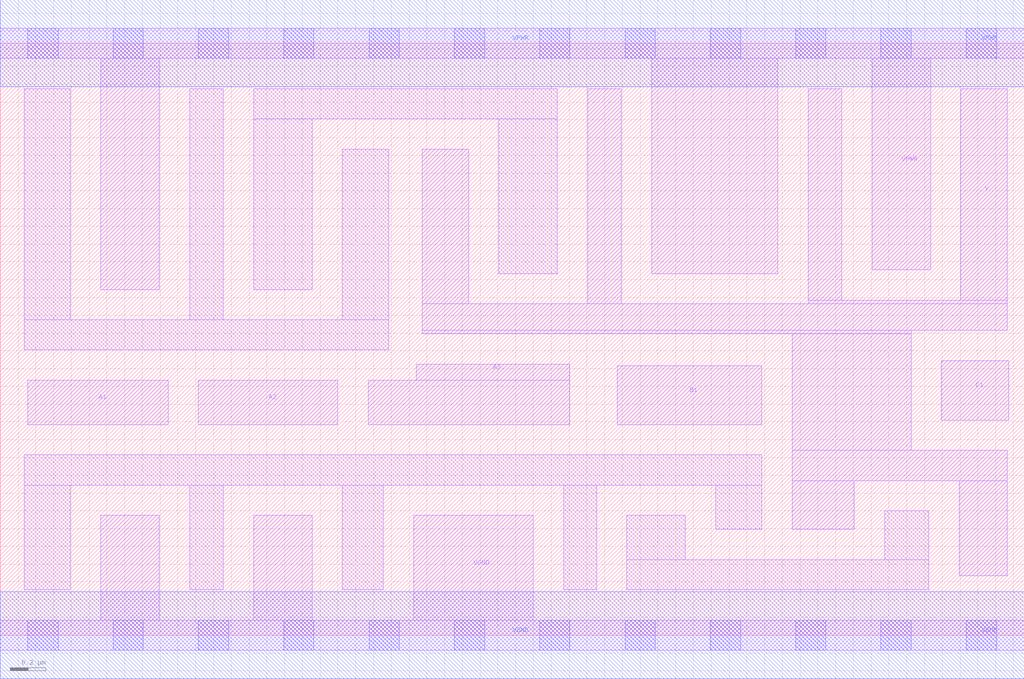
<source format=lef>
# Copyright 2020 The SkyWater PDK Authors
#
# Licensed under the Apache License, Version 2.0 (the "License");
# you may not use this file except in compliance with the License.
# You may obtain a copy of the License at
#
#     https://www.apache.org/licenses/LICENSE-2.0
#
# Unless required by applicable law or agreed to in writing, software
# distributed under the License is distributed on an "AS IS" BASIS,
# WITHOUT WARRANTIES OR CONDITIONS OF ANY KIND, either express or implied.
# See the License for the specific language governing permissions and
# limitations under the License.
#
# SPDX-License-Identifier: Apache-2.0

VERSION 5.7 ;
  NAMESCASESENSITIVE ON ;
  NOWIREEXTENSIONATPIN ON ;
  DIVIDERCHAR "/" ;
  BUSBITCHARS "[]" ;
UNITS
  DATABASE MICRONS 200 ;
END UNITS
MACRO sky130_fd_sc_lp__o311ai_2
  CLASS CORE ;
  SOURCE USER ;
  FOREIGN sky130_fd_sc_lp__o311ai_2 ;
  ORIGIN  0.000000  0.000000 ;
  SIZE  5.760000 BY  3.330000 ;
  SYMMETRY X Y R90 ;
  SITE unit ;
  PIN A1
    ANTENNAGATEAREA  0.630000 ;
    DIRECTION INPUT ;
    USE SIGNAL ;
    PORT
      LAYER li1 ;
        RECT 0.155000 1.185000 0.945000 1.435000 ;
    END
  END A1
  PIN A2
    ANTENNAGATEAREA  0.630000 ;
    DIRECTION INPUT ;
    USE SIGNAL ;
    PORT
      LAYER li1 ;
        RECT 1.115000 1.185000 1.900000 1.435000 ;
    END
  END A2
  PIN A3
    ANTENNAGATEAREA  0.630000 ;
    DIRECTION INPUT ;
    USE SIGNAL ;
    PORT
      LAYER li1 ;
        RECT 2.070000 1.185000 3.205000 1.435000 ;
        RECT 2.340000 1.435000 3.205000 1.525000 ;
    END
  END A3
  PIN B1
    ANTENNAGATEAREA  0.630000 ;
    DIRECTION INPUT ;
    USE SIGNAL ;
    PORT
      LAYER li1 ;
        RECT 3.470000 1.185000 4.285000 1.515000 ;
    END
  END B1
  PIN C1
    ANTENNAGATEAREA  0.630000 ;
    DIRECTION INPUT ;
    USE SIGNAL ;
    PORT
      LAYER li1 ;
        RECT 5.295000 1.210000 5.675000 1.545000 ;
    END
  END C1
  PIN Y
    ANTENNADIFFAREA  1.818600 ;
    DIRECTION OUTPUT ;
    USE SIGNAL ;
    PORT
      LAYER li1 ;
        RECT 2.375000 1.695000 5.125000 1.715000 ;
        RECT 2.375000 1.715000 5.665000 1.865000 ;
        RECT 2.375000 1.865000 2.635000 2.735000 ;
        RECT 3.305000 1.865000 3.495000 3.075000 ;
        RECT 4.455000 0.595000 4.805000 0.870000 ;
        RECT 4.455000 0.870000 5.665000 1.040000 ;
        RECT 4.455000 1.040000 5.125000 1.695000 ;
        RECT 4.545000 1.865000 5.665000 1.885000 ;
        RECT 4.545000 1.885000 4.735000 3.075000 ;
        RECT 5.395000 0.335000 5.665000 0.870000 ;
        RECT 5.405000 1.885000 5.665000 3.075000 ;
    END
  END Y
  PIN VGND
    DIRECTION INOUT ;
    USE GROUND ;
    PORT
      LAYER li1 ;
        RECT 0.000000 -0.085000 5.760000 0.085000 ;
        RECT 0.565000  0.085000 0.895000 0.675000 ;
        RECT 1.425000  0.085000 1.755000 0.675000 ;
        RECT 2.325000  0.085000 3.000000 0.675000 ;
      LAYER mcon ;
        RECT 0.155000 -0.085000 0.325000 0.085000 ;
        RECT 0.635000 -0.085000 0.805000 0.085000 ;
        RECT 1.115000 -0.085000 1.285000 0.085000 ;
        RECT 1.595000 -0.085000 1.765000 0.085000 ;
        RECT 2.075000 -0.085000 2.245000 0.085000 ;
        RECT 2.555000 -0.085000 2.725000 0.085000 ;
        RECT 3.035000 -0.085000 3.205000 0.085000 ;
        RECT 3.515000 -0.085000 3.685000 0.085000 ;
        RECT 3.995000 -0.085000 4.165000 0.085000 ;
        RECT 4.475000 -0.085000 4.645000 0.085000 ;
        RECT 4.955000 -0.085000 5.125000 0.085000 ;
        RECT 5.435000 -0.085000 5.605000 0.085000 ;
      LAYER met1 ;
        RECT 0.000000 -0.245000 5.760000 0.245000 ;
    END
  END VGND
  PIN VPWR
    DIRECTION INOUT ;
    USE POWER ;
    PORT
      LAYER li1 ;
        RECT 0.000000 3.245000 5.760000 3.415000 ;
        RECT 0.565000 1.945000 0.895000 3.245000 ;
        RECT 3.665000 2.035000 4.375000 3.245000 ;
        RECT 4.905000 2.055000 5.235000 3.245000 ;
      LAYER mcon ;
        RECT 0.155000 3.245000 0.325000 3.415000 ;
        RECT 0.635000 3.245000 0.805000 3.415000 ;
        RECT 1.115000 3.245000 1.285000 3.415000 ;
        RECT 1.595000 3.245000 1.765000 3.415000 ;
        RECT 2.075000 3.245000 2.245000 3.415000 ;
        RECT 2.555000 3.245000 2.725000 3.415000 ;
        RECT 3.035000 3.245000 3.205000 3.415000 ;
        RECT 3.515000 3.245000 3.685000 3.415000 ;
        RECT 3.995000 3.245000 4.165000 3.415000 ;
        RECT 4.475000 3.245000 4.645000 3.415000 ;
        RECT 4.955000 3.245000 5.125000 3.415000 ;
        RECT 5.435000 3.245000 5.605000 3.415000 ;
      LAYER met1 ;
        RECT 0.000000 3.085000 5.760000 3.575000 ;
    END
  END VPWR
  OBS
    LAYER li1 ;
      RECT 0.135000 0.255000 0.395000 0.845000 ;
      RECT 0.135000 0.845000 4.285000 1.015000 ;
      RECT 0.135000 1.605000 2.185000 1.775000 ;
      RECT 0.135000 1.775000 0.395000 3.075000 ;
      RECT 1.065000 0.255000 1.255000 0.845000 ;
      RECT 1.065000 1.775000 1.255000 3.075000 ;
      RECT 1.425000 1.945000 1.755000 2.905000 ;
      RECT 1.425000 2.905000 3.135000 3.075000 ;
      RECT 1.925000 0.255000 2.155000 0.845000 ;
      RECT 1.925000 1.775000 2.185000 2.735000 ;
      RECT 2.805000 2.035000 3.135000 2.905000 ;
      RECT 3.170000 0.255000 3.355000 0.845000 ;
      RECT 3.525000 0.255000 5.225000 0.425000 ;
      RECT 3.525000 0.425000 3.855000 0.675000 ;
      RECT 4.025000 0.595000 4.285000 0.845000 ;
      RECT 4.975000 0.425000 5.225000 0.700000 ;
  END
END sky130_fd_sc_lp__o311ai_2

</source>
